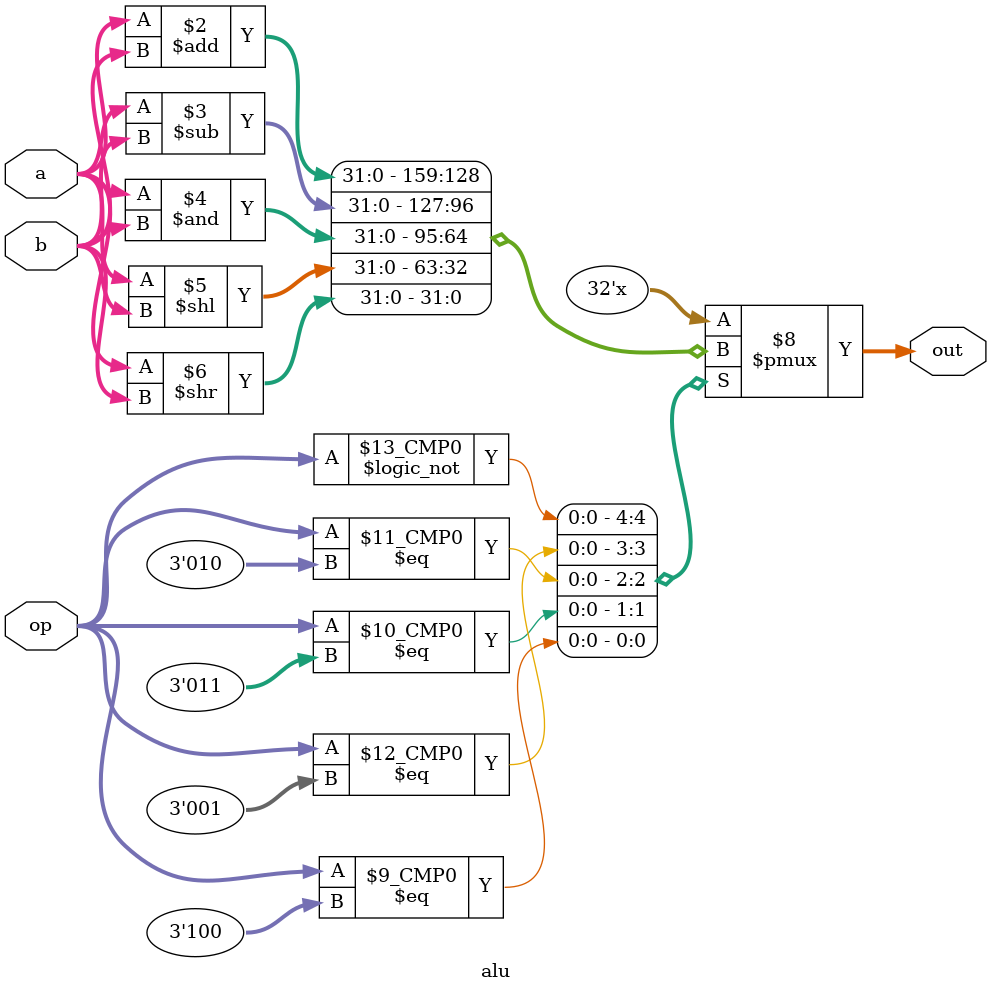
<source format=v>
module alu(
    input [31:0] a,
    input [31:0] b,
    input [2:0] op,
    output reg [31:0] out
);
    always @(*) begin
        case (op)
            3'b000: out = a + b;
            3'b001: out = a - b;
            3'b010: out = a & b;
            3'b011: out = a << b;
            3'b100: out = a >> b;
        endcase
    end
endmodule
// build alu test bench here

</source>
